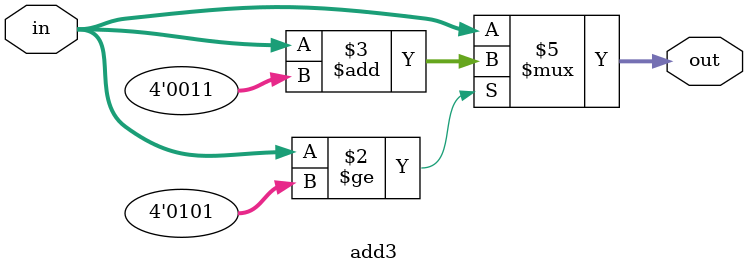
<source format=sv>
`timescale 1ns / 1ps

module add3(
    input [3:0] in,
    output reg [3:0] out
    );
    
    
    
    always@*
    begin
    if( in >= 4'd5 )
        out = in + 4'd3;
    else
        out = in; 
    end
    
endmodule
</source>
